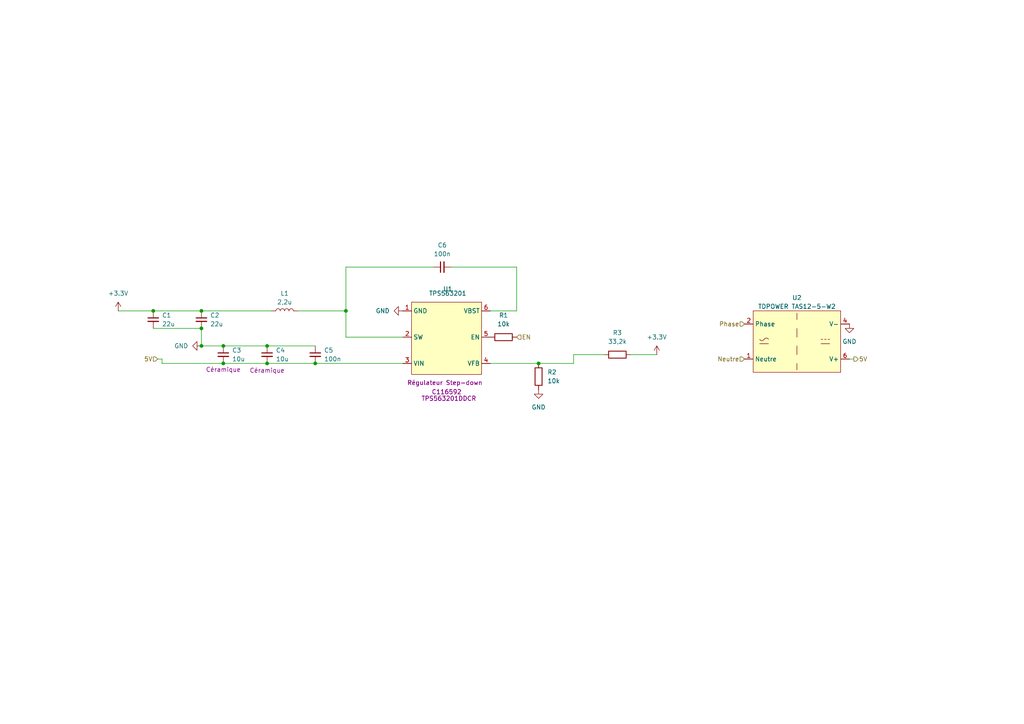
<source format=kicad_sch>
(kicad_sch (version 20231120) (generator "eeschema") (generator_version "8.0")
  (paper "A4")
  (lib_symbols
    (symbol "+3.3V_1" (power) (pin_numbers hide) (pin_names (offset 0) hide)
      (property "Value" "+3.3V" (at 0 5.08 0))
      (symbol "+3.3V_1_0_1"
        (polyline (pts (xy -0.762 1.27) (xy 0 2.54)))
        (polyline (pts (xy 0 0) (xy 0 2.54)))
        (polyline (pts (xy 0 2.54) (xy 0.762 1.27)))
      )
      (symbol "+3.3V_1_1_1"
        (pin power_out line (at 0 0 90) (length 0) (name "~") (number "1"))
      )
    )
    (symbol "Device:C_Small" (pin_numbers hide) (pin_names (offset 0.254) hide)
      (property "Reference" "C" (at 0.254 1.778 0))
      (property "Value" "C_Small" (at 0.254 -2.032 0))
      (symbol "C_Small_0_1"
        (polyline (pts (xy -1.524 -0.508) (xy 1.524 -0.508)) (stroke (width 0.3302)))
        (polyline (pts (xy -1.524 0.508) (xy 1.524 0.508)) (stroke (width 0.3048)))
      )
      (symbol "C_Small_1_1"
        (pin passive line (at 0 2.54 270) (length 2.032) (name "~") (number "1"))
        (pin passive line (at 0 -2.54 90) (length 2.032) (name "~") (number "2"))
      )
    )
    (symbol "Device:L" (pin_numbers hide) (pin_names (offset 1.016) hide)
      (property "Reference" "L" (at -1.27 0 90))
      (property "Value" "L" (at 1.905 0 90))
      (symbol "L_0_1"
        (arc (start 0 -2.54) (mid 0.6323 -1.905) (end 0 -1.27))
        (arc (start 0 -1.27) (mid 0.6323 -0.635) (end 0 0))
        (arc (start 0 0) (mid 0.6323 0.635) (end 0 1.27))
        (arc (start 0 1.27) (mid 0.6323 1.905) (end 0 2.54))
      )
      (symbol "L_1_1"
        (pin passive line (at 0 3.81 270) (length 1.27) (name "1") (number "1"))
        (pin passive line (at 0 -3.81 90) (length 1.27) (name "2") (number "2"))
      )
    )
    (symbol "Device:R" (pin_numbers hide) (pin_names (offset 0))
      (property "Reference" "R" (at 2.032 0 90))
      (property "Value" "R" (at 0 0 90))
      (symbol "R_0_1"
        (rectangle (start -1.016 -2.54) (end 1.016 2.54) (stroke (width 0.254)))
      )
      (symbol "R_1_1"
        (pin passive line (at 0 3.81 270) (length 1.27) (name "~") (number "1"))
        (pin passive line (at 0 -3.81 90) (length 1.27) (name "~") (number "2"))
      )
    )
    (symbol "Librairie_MB:Step-down_voltage_regulator"
      (property "Reference" "U1" (at 0.3175 13.97 0))
      (property "Value" "TPS563201" (at 0.3175 12.7 0))
      (property "Description" "Régulateur Step-down" (at -0.508 -13.208 0))
      (property "MPN" "TPS563201DDCR" (at 0.635 -17.78 0))
      (property "LCSC" "C116592" (at 0 -15.875 0))
      (symbol "Step-down_voltage_regulator_1_1"
        (rectangle (start -10.16 10.16) (end 10.16 -10.795) (fill (type background)))
        (pin power_in line (at -12.7 7.62 0) (length 2.54) (name "GND") (number "1"))
        (pin power_out line (at -12.7 0 0) (length 2.54) (name "SW") (number "2"))
        (pin power_in line (at -12.7 -7.62 0) (length 2.54) (name "VIN") (number "3"))
        (pin input line (at 12.7 -7.62 180) (length 2.54) (name "VFB") (number "4"))
        (pin input line (at 12.7 0 180) (length 2.54) (name "EN") (number "5"))
        (pin power_out line (at 12.7 7.62 180) (length 2.54) (name "VBST") (number "6"))
      )
    )
    (symbol "Librairie_MB:Transformateur"
      (property "Reference" "U6" (at 0 12.7 0))
      (property "Value" "TDPOWER TAS10-12-W2" (at 0 10.16 0))
      (symbol "Transformateur_0_1"
        (arc (start -10.795 0.635) (mid -10.16 0.2495) (end -9.525 0.635))
        (arc (start -8.255 0.635) (mid -8.89 1.0072) (end -9.525 0.635))
        (polyline (pts (xy -10.795 -0.635) (xy -8.255 -0.635)))
        (polyline (pts (xy 6.985 -0.635) (xy 9.525 -0.635)))
        (polyline (pts (xy 6.985 0.635) (xy 7.493 0.635)))
        (polyline (pts (xy 8.001 0.635) (xy 8.509 0.635)))
        (polyline (pts (xy 9.017 0.635) (xy 9.525 0.635)))
      )
      (symbol "Transformateur_1_1"
        (rectangle (start -12.7 8.89) (end 12.7 -8.89) (fill (type background)))
        (polyline (pts (xy 0 -6.35) (xy 0 -8.255)))
        (polyline (pts (xy 0 -1.27) (xy 0 -3.81)))
        (polyline (pts (xy 0 3.81) (xy 0 1.27)))
        (polyline (pts (xy 0 8.255) (xy 0 6.35)))
        (pin power_in line (at -15.24 -5.08 0) (length 2.54) (name "Neutre") (number "1"))
        (pin power_in line (at -15.24 5.08 0) (length 2.54) (name "Phase") (number "2"))
        (pin power_out line (at 15.24 5.08 180) (length 2.54) (name "V-") (number "4"))
        (pin power_out line (at 15.24 -5.08 180) (length 2.54) (name "V+") (number "6"))
      )
    )
    (symbol "power:+3.3V" (power) (pin_numbers hide) (pin_names (offset 0) hide)
      (property "Value" "+3.3V" (at 0 3.556 0))
      (symbol "+3.3V_0_1"
        (polyline (pts (xy -0.762 1.27) (xy 0 2.54)))
        (polyline (pts (xy 0 0) (xy 0 2.54)))
        (polyline (pts (xy 0 2.54) (xy 0.762 1.27)))
      )
      (symbol "+3.3V_1_1"
        (pin power_in line (at 0 0 90) (length 0) (name "~") (number "1"))
      )
    )
    (symbol "power:GND" (power) (pin_numbers hide) (pin_names (offset 0) hide)
      (property "Value" "GND" (at 0 -3.81 0))
      (symbol "GND_0_1"
        (polyline (pts (xy 0 0) (xy 0 -1.27) (xy 1.27 -1.27) (xy 0 -2.54) (xy -1.27 -1.27) (xy 0 -1.27)))
      )
      (symbol "GND_1_1"
        (pin power_in line (at 0 0 270) (length 0) (name "~") (number "1"))
      )
    )
  )
  (junction (at 77.47 100.33))
  (junction (at 64.77 100.33))
  (junction (at 64.77 105.41))
  (junction (at 58.42 90.17))
  (junction (at 77.47 105.41))
  (junction (at 156.21 105.41))
  (junction (at 58.42 95.25))
  (junction (at 91.44 105.41))
  (junction (at 58.42 100.33))
  (junction (at 44.45 90.17))
  (junction (at 100.33 90.17))
  (wire (pts (xy 142.24 105.41) (xy 156.21 105.41)))
  (wire (pts (xy 246.38 104.14) (xy 247.65 104.14)))
  (wire (pts (xy 149.86 90.17) (xy 149.86 77.47)))
  (wire (pts (xy 44.45 90.17) (xy 58.42 90.17)))
  (wire (pts (xy 45.72 104.14) (xy 46.99 104.14)))
  (wire (pts (xy 58.42 90.17) (xy 78.74 90.17)))
  (wire (pts (xy 86.36 90.17) (xy 100.33 90.17)))
  (wire (pts (xy 166.37 102.87) (xy 166.37 105.41)))
  (wire (pts (xy 100.33 97.79) (xy 116.84 97.79)))
  (wire (pts (xy 156.21 105.41) (xy 166.37 105.41)))
  (wire (pts (xy 77.47 105.41) (xy 91.44 105.41)))
  (wire (pts (xy 91.44 105.41) (xy 116.84 105.41)))
  (wire (pts (xy 34.29 90.17) (xy 44.45 90.17)))
  (wire (pts (xy 125.73 77.47) (xy 100.33 77.47)))
  (wire (pts (xy 64.77 105.41) (xy 77.47 105.41)))
  (wire (pts (xy 46.99 105.41) (xy 64.77 105.41)))
  (wire (pts (xy 46.99 104.14) (xy 46.99 105.41)))
  (wire (pts (xy 149.86 77.47) (xy 130.81 77.47)))
  (wire (pts (xy 142.24 90.17) (xy 149.86 90.17)))
  (wire (pts (xy 58.42 100.33) (xy 64.77 100.33)))
  (wire (pts (xy 64.77 100.33) (xy 77.47 100.33)))
  (wire (pts (xy 100.33 90.17) (xy 100.33 97.79)))
  (wire (pts (xy 58.42 95.25) (xy 58.42 100.33)))
  (wire (pts (xy 175.26 102.87) (xy 166.37 102.87)))
  (wire (pts (xy 44.45 95.25) (xy 58.42 95.25)))
  (wire (pts (xy 100.33 77.47) (xy 100.33 90.17)))
  (wire (pts (xy 182.88 102.87) (xy 190.5 102.87)))
  (wire (pts (xy 77.47 100.33) (xy 91.44 100.33)))
  (hierarchical_label "Neutre" (shape input) (at 215.9 104.14 180))
  (hierarchical_label "EN" (shape input) (at 149.86 97.79 0))
  (hierarchical_label "5V" (shape output) (at 247.65 104.14 0))
  (hierarchical_label "5V" (shape input) (at 45.72 104.14 180))
  (hierarchical_label "Phase" (shape input) (at 215.9 93.98 180))
  (symbol (lib_id "Device:R") (at 146.05 97.79 90) (unit 1)
    (property "Reference" "R1" (at 146.05 91.44 90))
    (property "Value" "10k" (at 146.05 93.98 90))
    (property "Description" "Resistor" (effects (hide yes)))
  )
  (symbol (lib_id "Librairie_MB:Transformateur") (at 231.14 99.06 0) (unit 1)
    (property "Reference" "U2" (at 231.14 86.36 0))
    (property "Value" "TDPOWER TAS12-5-W2" (at 231.14 88.9 0))
    (property "Footprint" "Librairie_MB:TD POWER TAS12-5-W2" (effects (hide yes)))
    (property "Datasheet" "https://www.lcsc.com/datasheet/lcsc_datasheet_2307141637_TDPOWER-TAS12-5-W2_C5354760.pdf" (effects (hide yes)))
    (property "Description" "Transformateur vers 12V" (effects (hide yes)))
    (property "MPN" "TAS12-5-W2" (effects (hide yes)))
    (property "LCSC" "C5354760" (effects (hide yes)))
  )
  (symbol (lib_id "Device:C_Small") (at 128.27 77.47 90) (unit 1)
    (property "Reference" "C6" (at 128.2763 71.12 90))
    (property "Value" "100n" (at 128.2763 73.66 90))
    (property "Description" "Unpolarized capacitor, small symbol" (effects (hide yes)))
  )
  (symbol (lib_id "Librairie_MB:Step-down_voltage_regulator") (at 129.54 97.79 0) (unit 1)
    (property "Reference" "U1" (at 129.8575 83.82 0))
    (property "Value" "TPS563201" (at 129.8575 85.09 0))
    (property "Footprint" "Librairie_MB:TPS563201" (effects (hide yes)))
    (property "Datasheet" "https://www.lcsc.com/datasheet/lcsc_datasheet_2304241919_Texas-Instruments-TPS563201DDCR_C116592.pdf" (effects (hide yes)))
    (property "Description" "Régulateur Step-down" (at 129.032 110.998 0))
    (property "MPN" "TPS563201DDCR" (at 130.175 115.57 0))
    (property "LCSC" "C116592" (at 129.54 113.665 0))
  )
  (symbol (lib_id "power:GND") (at 156.21 113.03 0) (unit 1)
    (property "Reference" "#PWR017" (effects (hide yes)))
    (property "Value" "GND" (at 156.21 118.11 0))
    (property "Description" "Power symbol creates a global label with name \"GND\" , ground" (effects (hide yes)))
  )
  (symbol (lib_id "Device:C_Small") (at 77.47 102.87 0) (unit 1)
    (property "Reference" "C4" (at 80.01 101.6062 0) (effects (justify left)))
    (property "Value" "10u" (at 80.01 104.1462 0) (effects (justify left)))
    (property "Description" "Unpolarized capacitor, small symbol" (effects (hide yes)))
    (property "Matériau" "Céramique" (at 77.47 107.442 0))
  )
  (symbol (lib_id "Device:C_Small") (at 64.77 102.87 0) (unit 1)
    (property "Reference" "C3" (at 67.31 101.6062 0) (effects (justify left)))
    (property "Value" "10u" (at 67.31 104.1462 0) (effects (justify left)))
    (property "Description" "Unpolarized capacitor, small symbol" (effects (hide yes)))
    (property "Matériau" "Céramique" (at 64.77 107.188 0))
  )
  (symbol (lib_name "+3.3V_1") (lib_id "power:+3.3V") (at 190.5 102.87 0) (unit 1)
    (property "Reference" "#PWR07" (effects (hide yes)))
    (property "Value" "+3.3V" (at 190.5 97.79 0))
    (property "Description" "Power symbol creates a global label with name \"+3.3V\"" (effects (hide yes)))
  )
  (symbol (lib_id "Device:R") (at 179.07 102.87 90) (unit 1)
    (property "Reference" "R3" (at 179.07 96.52 90))
    (property "Value" "33,2k" (at 179.07 99.06 90))
    (property "Description" "Resistor" (effects (hide yes)))
  )
  (symbol (lib_id "power:GND") (at 116.84 90.17 270) (unit 1)
    (property "Reference" "#PWR016" (effects (hide yes)))
    (property "Value" "GND" (at 113.03 90.1699 90) (effects (justify right)))
    (property "Description" "Power symbol creates a global label with name \"GND\" , ground" (effects (hide yes)))
  )
  (symbol (lib_id "power:GND") (at 58.42 100.33 270) (unit 1)
    (property "Reference" "#PWR015" (effects (hide yes)))
    (property "Value" "GND" (at 54.61 100.3299 90) (effects (justify right)))
    (property "Description" "Power symbol creates a global label with name \"GND\" , ground" (effects (hide yes)))
  )
  (symbol (lib_id "power:+3.3V") (at 34.29 90.17 0) (unit 1)
    (property "Reference" "#PWR06" (effects (hide yes)))
    (property "Value" "+3.3V" (at 34.29 85.09 0))
    (property "Description" "Power symbol creates a global label with name \"+3.3V\"" (effects (hide yes)))
  )
  (symbol (lib_id "Device:L") (at 82.55 90.17 90) (unit 1)
    (property "Reference" "L1" (at 82.55 85.09 90))
    (property "Value" "2,2u" (at 82.55 87.63 90))
    (property "Description" "Inductor" (effects (hide yes)))
  )
  (symbol (lib_id "Device:C_Small") (at 58.42 92.71 0) (unit 1)
    (property "Reference" "C2" (at 60.96 91.4462 0) (effects (justify left)))
    (property "Value" "22u" (at 60.96 93.9862 0) (effects (justify left)))
    (property "Description" "Unpolarized capacitor, small symbol" (effects (hide yes)))
  )
  (symbol (lib_id "Device:C_Small") (at 44.45 92.71 0) (unit 1)
    (property "Reference" "C1" (at 46.99 91.4462 0) (effects (justify left)))
    (property "Value" "22u" (at 46.99 93.9862 0) (effects (justify left)))
    (property "Description" "Unpolarized capacitor, small symbol" (effects (hide yes)))
  )
  (symbol (lib_id "Device:R") (at 156.21 109.22 0) (unit 1)
    (property "Reference" "R2" (at 158.75 107.9499 0) (effects (justify left)))
    (property "Value" "10k" (at 158.75 110.4899 0) (effects (justify left)))
    (property "Description" "Resistor" (effects (hide yes)))
  )
  (symbol (lib_id "Device:C_Small") (at 91.44 102.87 0) (unit 1)
    (property "Reference" "C5" (at 93.98 101.6062 0) (effects (justify left)))
    (property "Value" "100n" (at 93.98 104.1462 0) (effects (justify left)))
    (property "Description" "Unpolarized capacitor, small symbol" (effects (hide yes)))
  )
  (symbol (lib_id "power:GND") (at 246.38 93.98 0) (unit 1)
    (property "Reference" "#PWR018" (effects (hide yes)))
    (property "Value" "GND" (at 246.38 99.06 0))
    (property "Description" "Power symbol creates a global label with name \"GND\" , ground" (effects (hide yes)))
  )
)
</source>
